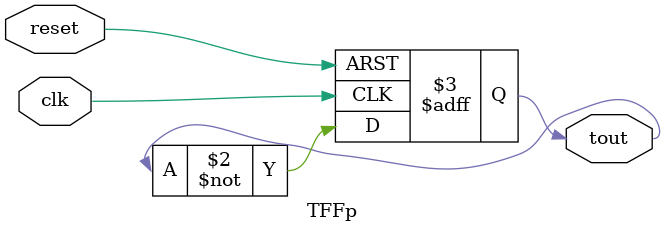
<source format=v>
`timescale 1ns / 1ps


module TFFp(
    input clk,
    input reset,
    output reg tout
    );
    always @(posedge clk or posedge reset)
    begin
	   if(reset)
	   begin
		  tout<=0;
	   end
	   else
	   begin
		  tout<=~tout;
	   end
    end
endmodule

</source>
